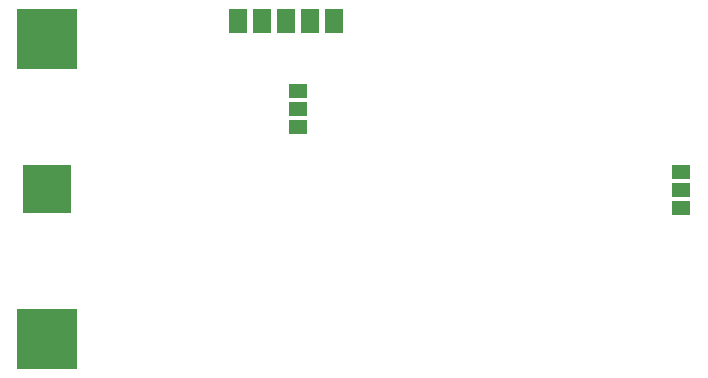
<source format=gbp>
G75*
%MOIN*%
%OFA0B0*%
%FSLAX25Y25*%
%IPPOS*%
%LPD*%
%AMOC8*
5,1,8,0,0,1.08239X$1,22.5*
%
%ADD10R,0.06300X0.04600*%
%ADD11R,0.16000X0.16000*%
%ADD12R,0.20000X0.20000*%
%ADD13R,0.05906X0.07874*%
D10*
X0175833Y0149793D03*
X0175833Y0155793D03*
X0175833Y0161793D03*
X0303755Y0134805D03*
X0303755Y0128805D03*
X0303755Y0122805D03*
D11*
X0092227Y0129159D03*
D12*
X0092227Y0079159D03*
X0092227Y0179159D03*
D13*
X0155837Y0185293D03*
X0163837Y0185293D03*
X0171837Y0185293D03*
X0179837Y0185293D03*
X0187837Y0185293D03*
M02*

</source>
